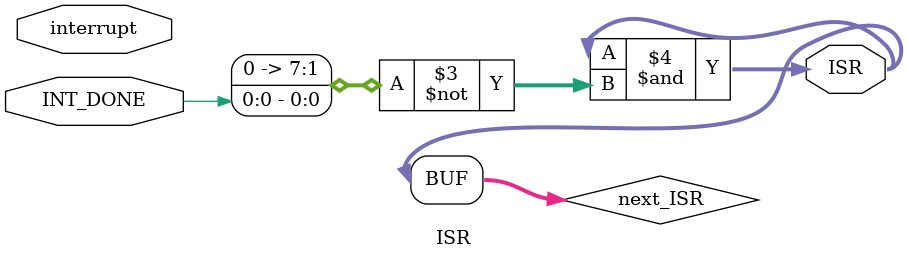
<source format=v>

module ISR(
    // from control logic
    input wire INT_DONE,
    // from Priority resolver
    input [7:0] interrupt,

    output reg [7:0] ISR
);

/*
Documentation

This module is responsible for handling Interrupt Service Routine (ISR) logic.

Inputs:
    - INT_DONE: Signal indicating that the interrupt processing is done.
    - interrupt: Interrupt signals received from the Priority Resolver.

Outputs:
    - ISR: Updated Interrupt Service Routine, excluding the serviced interrupts.

Behavior:
    The module updates the ISR based on the INT_DONE signal and the received interrupt signals.
    It clears the bits corresponding to serviced interrupts in the ISR.

*/

    reg [7:0] next_ISR;
    always @* begin
        next_ISR = (ISR & ~INT_DONE);
    end

    always @* begin
        ISR <= next_ISR;
    end

endmodule

</source>
